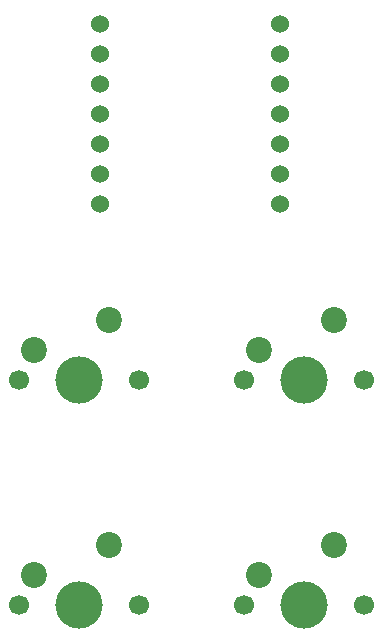
<source format=gbr>
%TF.GenerationSoftware,KiCad,Pcbnew,8.0.8*%
%TF.CreationDate,2025-02-16T22:09:59-06:00*%
%TF.ProjectId,hackPad,6861636b-5061-4642-9e6b-696361645f70,rev?*%
%TF.SameCoordinates,Original*%
%TF.FileFunction,Soldermask,Bot*%
%TF.FilePolarity,Negative*%
%FSLAX46Y46*%
G04 Gerber Fmt 4.6, Leading zero omitted, Abs format (unit mm)*
G04 Created by KiCad (PCBNEW 8.0.8) date 2025-02-16 22:09:59*
%MOMM*%
%LPD*%
G01*
G04 APERTURE LIST*
%ADD10C,1.524000*%
%ADD11C,1.700000*%
%ADD12C,4.000000*%
%ADD13C,2.200000*%
G04 APERTURE END LIST*
D10*
%TO.C,U1*%
X110966250Y-65079500D03*
X110966250Y-67619500D03*
X110966250Y-70159500D03*
X110966250Y-72699500D03*
X110966250Y-75239500D03*
X110966250Y-77779500D03*
X110966250Y-80319500D03*
X126206250Y-80319500D03*
X126206250Y-77779500D03*
X126206250Y-75239500D03*
X126206250Y-72699500D03*
X126206250Y-70159500D03*
X126206250Y-67619500D03*
X126206250Y-65079500D03*
%TD*%
D11*
%TO.C,SW4*%
X123190000Y-114300000D03*
D12*
X128270000Y-114300000D03*
D11*
X133350000Y-114300000D03*
D13*
X130810000Y-109220000D03*
X124460000Y-111760000D03*
%TD*%
D11*
%TO.C,SW3*%
X104140000Y-114300000D03*
D12*
X109220000Y-114300000D03*
D11*
X114300000Y-114300000D03*
D13*
X111760000Y-109220000D03*
X105410000Y-111760000D03*
%TD*%
D11*
%TO.C,SW2*%
X123190000Y-95250000D03*
D12*
X128270000Y-95250000D03*
D11*
X133350000Y-95250000D03*
D13*
X130810000Y-90170000D03*
X124460000Y-92710000D03*
%TD*%
D11*
%TO.C,SW1*%
X104140000Y-95250000D03*
D12*
X109220000Y-95250000D03*
D11*
X114300000Y-95250000D03*
D13*
X111760000Y-90170000D03*
X105410000Y-92710000D03*
%TD*%
M02*

</source>
